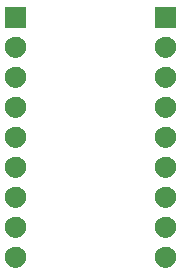
<source format=gbr>
G04 #@! TF.GenerationSoftware,KiCad,Pcbnew,(5.1.5)-3*
G04 #@! TF.CreationDate,2020-05-13T09:52:28+02:00*
G04 #@! TF.ProjectId,3D_Printer_Stepper_TMC2209,33445f50-7269-46e7-9465-725f53746570,rev?*
G04 #@! TF.SameCoordinates,Original*
G04 #@! TF.FileFunction,Soldermask,Bot*
G04 #@! TF.FilePolarity,Negative*
%FSLAX46Y46*%
G04 Gerber Fmt 4.6, Leading zero omitted, Abs format (unit mm)*
G04 Created by KiCad (PCBNEW (5.1.5)-3) date 2020-05-13 09:52:28*
%MOMM*%
%LPD*%
G04 APERTURE LIST*
%ADD10C,0.100000*%
G04 APERTURE END LIST*
D10*
G36*
X35673512Y-42283927D02*
G01*
X35822812Y-42313624D01*
X35986784Y-42381544D01*
X36134354Y-42480147D01*
X36259853Y-42605646D01*
X36358456Y-42753216D01*
X36426376Y-42917188D01*
X36461000Y-43091259D01*
X36461000Y-43268741D01*
X36426376Y-43442812D01*
X36358456Y-43606784D01*
X36259853Y-43754354D01*
X36134354Y-43879853D01*
X35986784Y-43978456D01*
X35822812Y-44046376D01*
X35673512Y-44076073D01*
X35648742Y-44081000D01*
X35471258Y-44081000D01*
X35446488Y-44076073D01*
X35297188Y-44046376D01*
X35133216Y-43978456D01*
X34985646Y-43879853D01*
X34860147Y-43754354D01*
X34761544Y-43606784D01*
X34693624Y-43442812D01*
X34659000Y-43268741D01*
X34659000Y-43091259D01*
X34693624Y-42917188D01*
X34761544Y-42753216D01*
X34860147Y-42605646D01*
X34985646Y-42480147D01*
X35133216Y-42381544D01*
X35297188Y-42313624D01*
X35446488Y-42283927D01*
X35471258Y-42279000D01*
X35648742Y-42279000D01*
X35673512Y-42283927D01*
G37*
G36*
X22973512Y-42283927D02*
G01*
X23122812Y-42313624D01*
X23286784Y-42381544D01*
X23434354Y-42480147D01*
X23559853Y-42605646D01*
X23658456Y-42753216D01*
X23726376Y-42917188D01*
X23761000Y-43091259D01*
X23761000Y-43268741D01*
X23726376Y-43442812D01*
X23658456Y-43606784D01*
X23559853Y-43754354D01*
X23434354Y-43879853D01*
X23286784Y-43978456D01*
X23122812Y-44046376D01*
X22973512Y-44076073D01*
X22948742Y-44081000D01*
X22771258Y-44081000D01*
X22746488Y-44076073D01*
X22597188Y-44046376D01*
X22433216Y-43978456D01*
X22285646Y-43879853D01*
X22160147Y-43754354D01*
X22061544Y-43606784D01*
X21993624Y-43442812D01*
X21959000Y-43268741D01*
X21959000Y-43091259D01*
X21993624Y-42917188D01*
X22061544Y-42753216D01*
X22160147Y-42605646D01*
X22285646Y-42480147D01*
X22433216Y-42381544D01*
X22597188Y-42313624D01*
X22746488Y-42283927D01*
X22771258Y-42279000D01*
X22948742Y-42279000D01*
X22973512Y-42283927D01*
G37*
G36*
X22973512Y-39743927D02*
G01*
X23122812Y-39773624D01*
X23286784Y-39841544D01*
X23434354Y-39940147D01*
X23559853Y-40065646D01*
X23658456Y-40213216D01*
X23726376Y-40377188D01*
X23761000Y-40551259D01*
X23761000Y-40728741D01*
X23726376Y-40902812D01*
X23658456Y-41066784D01*
X23559853Y-41214354D01*
X23434354Y-41339853D01*
X23286784Y-41438456D01*
X23122812Y-41506376D01*
X22973512Y-41536073D01*
X22948742Y-41541000D01*
X22771258Y-41541000D01*
X22746488Y-41536073D01*
X22597188Y-41506376D01*
X22433216Y-41438456D01*
X22285646Y-41339853D01*
X22160147Y-41214354D01*
X22061544Y-41066784D01*
X21993624Y-40902812D01*
X21959000Y-40728741D01*
X21959000Y-40551259D01*
X21993624Y-40377188D01*
X22061544Y-40213216D01*
X22160147Y-40065646D01*
X22285646Y-39940147D01*
X22433216Y-39841544D01*
X22597188Y-39773624D01*
X22746488Y-39743927D01*
X22771258Y-39739000D01*
X22948742Y-39739000D01*
X22973512Y-39743927D01*
G37*
G36*
X35673512Y-39743927D02*
G01*
X35822812Y-39773624D01*
X35986784Y-39841544D01*
X36134354Y-39940147D01*
X36259853Y-40065646D01*
X36358456Y-40213216D01*
X36426376Y-40377188D01*
X36461000Y-40551259D01*
X36461000Y-40728741D01*
X36426376Y-40902812D01*
X36358456Y-41066784D01*
X36259853Y-41214354D01*
X36134354Y-41339853D01*
X35986784Y-41438456D01*
X35822812Y-41506376D01*
X35673512Y-41536073D01*
X35648742Y-41541000D01*
X35471258Y-41541000D01*
X35446488Y-41536073D01*
X35297188Y-41506376D01*
X35133216Y-41438456D01*
X34985646Y-41339853D01*
X34860147Y-41214354D01*
X34761544Y-41066784D01*
X34693624Y-40902812D01*
X34659000Y-40728741D01*
X34659000Y-40551259D01*
X34693624Y-40377188D01*
X34761544Y-40213216D01*
X34860147Y-40065646D01*
X34985646Y-39940147D01*
X35133216Y-39841544D01*
X35297188Y-39773624D01*
X35446488Y-39743927D01*
X35471258Y-39739000D01*
X35648742Y-39739000D01*
X35673512Y-39743927D01*
G37*
G36*
X35673512Y-37203927D02*
G01*
X35822812Y-37233624D01*
X35986784Y-37301544D01*
X36134354Y-37400147D01*
X36259853Y-37525646D01*
X36358456Y-37673216D01*
X36426376Y-37837188D01*
X36461000Y-38011259D01*
X36461000Y-38188741D01*
X36426376Y-38362812D01*
X36358456Y-38526784D01*
X36259853Y-38674354D01*
X36134354Y-38799853D01*
X35986784Y-38898456D01*
X35822812Y-38966376D01*
X35673512Y-38996073D01*
X35648742Y-39001000D01*
X35471258Y-39001000D01*
X35446488Y-38996073D01*
X35297188Y-38966376D01*
X35133216Y-38898456D01*
X34985646Y-38799853D01*
X34860147Y-38674354D01*
X34761544Y-38526784D01*
X34693624Y-38362812D01*
X34659000Y-38188741D01*
X34659000Y-38011259D01*
X34693624Y-37837188D01*
X34761544Y-37673216D01*
X34860147Y-37525646D01*
X34985646Y-37400147D01*
X35133216Y-37301544D01*
X35297188Y-37233624D01*
X35446488Y-37203927D01*
X35471258Y-37199000D01*
X35648742Y-37199000D01*
X35673512Y-37203927D01*
G37*
G36*
X22973512Y-37203927D02*
G01*
X23122812Y-37233624D01*
X23286784Y-37301544D01*
X23434354Y-37400147D01*
X23559853Y-37525646D01*
X23658456Y-37673216D01*
X23726376Y-37837188D01*
X23761000Y-38011259D01*
X23761000Y-38188741D01*
X23726376Y-38362812D01*
X23658456Y-38526784D01*
X23559853Y-38674354D01*
X23434354Y-38799853D01*
X23286784Y-38898456D01*
X23122812Y-38966376D01*
X22973512Y-38996073D01*
X22948742Y-39001000D01*
X22771258Y-39001000D01*
X22746488Y-38996073D01*
X22597188Y-38966376D01*
X22433216Y-38898456D01*
X22285646Y-38799853D01*
X22160147Y-38674354D01*
X22061544Y-38526784D01*
X21993624Y-38362812D01*
X21959000Y-38188741D01*
X21959000Y-38011259D01*
X21993624Y-37837188D01*
X22061544Y-37673216D01*
X22160147Y-37525646D01*
X22285646Y-37400147D01*
X22433216Y-37301544D01*
X22597188Y-37233624D01*
X22746488Y-37203927D01*
X22771258Y-37199000D01*
X22948742Y-37199000D01*
X22973512Y-37203927D01*
G37*
G36*
X35673512Y-34663927D02*
G01*
X35822812Y-34693624D01*
X35986784Y-34761544D01*
X36134354Y-34860147D01*
X36259853Y-34985646D01*
X36358456Y-35133216D01*
X36426376Y-35297188D01*
X36461000Y-35471259D01*
X36461000Y-35648741D01*
X36426376Y-35822812D01*
X36358456Y-35986784D01*
X36259853Y-36134354D01*
X36134354Y-36259853D01*
X35986784Y-36358456D01*
X35822812Y-36426376D01*
X35673512Y-36456073D01*
X35648742Y-36461000D01*
X35471258Y-36461000D01*
X35446488Y-36456073D01*
X35297188Y-36426376D01*
X35133216Y-36358456D01*
X34985646Y-36259853D01*
X34860147Y-36134354D01*
X34761544Y-35986784D01*
X34693624Y-35822812D01*
X34659000Y-35648741D01*
X34659000Y-35471259D01*
X34693624Y-35297188D01*
X34761544Y-35133216D01*
X34860147Y-34985646D01*
X34985646Y-34860147D01*
X35133216Y-34761544D01*
X35297188Y-34693624D01*
X35446488Y-34663927D01*
X35471258Y-34659000D01*
X35648742Y-34659000D01*
X35673512Y-34663927D01*
G37*
G36*
X22973512Y-34663927D02*
G01*
X23122812Y-34693624D01*
X23286784Y-34761544D01*
X23434354Y-34860147D01*
X23559853Y-34985646D01*
X23658456Y-35133216D01*
X23726376Y-35297188D01*
X23761000Y-35471259D01*
X23761000Y-35648741D01*
X23726376Y-35822812D01*
X23658456Y-35986784D01*
X23559853Y-36134354D01*
X23434354Y-36259853D01*
X23286784Y-36358456D01*
X23122812Y-36426376D01*
X22973512Y-36456073D01*
X22948742Y-36461000D01*
X22771258Y-36461000D01*
X22746488Y-36456073D01*
X22597188Y-36426376D01*
X22433216Y-36358456D01*
X22285646Y-36259853D01*
X22160147Y-36134354D01*
X22061544Y-35986784D01*
X21993624Y-35822812D01*
X21959000Y-35648741D01*
X21959000Y-35471259D01*
X21993624Y-35297188D01*
X22061544Y-35133216D01*
X22160147Y-34985646D01*
X22285646Y-34860147D01*
X22433216Y-34761544D01*
X22597188Y-34693624D01*
X22746488Y-34663927D01*
X22771258Y-34659000D01*
X22948742Y-34659000D01*
X22973512Y-34663927D01*
G37*
G36*
X35673512Y-32123927D02*
G01*
X35822812Y-32153624D01*
X35986784Y-32221544D01*
X36134354Y-32320147D01*
X36259853Y-32445646D01*
X36358456Y-32593216D01*
X36426376Y-32757188D01*
X36461000Y-32931259D01*
X36461000Y-33108741D01*
X36426376Y-33282812D01*
X36358456Y-33446784D01*
X36259853Y-33594354D01*
X36134354Y-33719853D01*
X35986784Y-33818456D01*
X35822812Y-33886376D01*
X35673512Y-33916073D01*
X35648742Y-33921000D01*
X35471258Y-33921000D01*
X35446488Y-33916073D01*
X35297188Y-33886376D01*
X35133216Y-33818456D01*
X34985646Y-33719853D01*
X34860147Y-33594354D01*
X34761544Y-33446784D01*
X34693624Y-33282812D01*
X34659000Y-33108741D01*
X34659000Y-32931259D01*
X34693624Y-32757188D01*
X34761544Y-32593216D01*
X34860147Y-32445646D01*
X34985646Y-32320147D01*
X35133216Y-32221544D01*
X35297188Y-32153624D01*
X35446488Y-32123927D01*
X35471258Y-32119000D01*
X35648742Y-32119000D01*
X35673512Y-32123927D01*
G37*
G36*
X22973512Y-32123927D02*
G01*
X23122812Y-32153624D01*
X23286784Y-32221544D01*
X23434354Y-32320147D01*
X23559853Y-32445646D01*
X23658456Y-32593216D01*
X23726376Y-32757188D01*
X23761000Y-32931259D01*
X23761000Y-33108741D01*
X23726376Y-33282812D01*
X23658456Y-33446784D01*
X23559853Y-33594354D01*
X23434354Y-33719853D01*
X23286784Y-33818456D01*
X23122812Y-33886376D01*
X22973512Y-33916073D01*
X22948742Y-33921000D01*
X22771258Y-33921000D01*
X22746488Y-33916073D01*
X22597188Y-33886376D01*
X22433216Y-33818456D01*
X22285646Y-33719853D01*
X22160147Y-33594354D01*
X22061544Y-33446784D01*
X21993624Y-33282812D01*
X21959000Y-33108741D01*
X21959000Y-32931259D01*
X21993624Y-32757188D01*
X22061544Y-32593216D01*
X22160147Y-32445646D01*
X22285646Y-32320147D01*
X22433216Y-32221544D01*
X22597188Y-32153624D01*
X22746488Y-32123927D01*
X22771258Y-32119000D01*
X22948742Y-32119000D01*
X22973512Y-32123927D01*
G37*
G36*
X22973512Y-29583927D02*
G01*
X23122812Y-29613624D01*
X23286784Y-29681544D01*
X23434354Y-29780147D01*
X23559853Y-29905646D01*
X23658456Y-30053216D01*
X23726376Y-30217188D01*
X23761000Y-30391259D01*
X23761000Y-30568741D01*
X23726376Y-30742812D01*
X23658456Y-30906784D01*
X23559853Y-31054354D01*
X23434354Y-31179853D01*
X23286784Y-31278456D01*
X23122812Y-31346376D01*
X22973512Y-31376073D01*
X22948742Y-31381000D01*
X22771258Y-31381000D01*
X22746488Y-31376073D01*
X22597188Y-31346376D01*
X22433216Y-31278456D01*
X22285646Y-31179853D01*
X22160147Y-31054354D01*
X22061544Y-30906784D01*
X21993624Y-30742812D01*
X21959000Y-30568741D01*
X21959000Y-30391259D01*
X21993624Y-30217188D01*
X22061544Y-30053216D01*
X22160147Y-29905646D01*
X22285646Y-29780147D01*
X22433216Y-29681544D01*
X22597188Y-29613624D01*
X22746488Y-29583927D01*
X22771258Y-29579000D01*
X22948742Y-29579000D01*
X22973512Y-29583927D01*
G37*
G36*
X35673512Y-29583927D02*
G01*
X35822812Y-29613624D01*
X35986784Y-29681544D01*
X36134354Y-29780147D01*
X36259853Y-29905646D01*
X36358456Y-30053216D01*
X36426376Y-30217188D01*
X36461000Y-30391259D01*
X36461000Y-30568741D01*
X36426376Y-30742812D01*
X36358456Y-30906784D01*
X36259853Y-31054354D01*
X36134354Y-31179853D01*
X35986784Y-31278456D01*
X35822812Y-31346376D01*
X35673512Y-31376073D01*
X35648742Y-31381000D01*
X35471258Y-31381000D01*
X35446488Y-31376073D01*
X35297188Y-31346376D01*
X35133216Y-31278456D01*
X34985646Y-31179853D01*
X34860147Y-31054354D01*
X34761544Y-30906784D01*
X34693624Y-30742812D01*
X34659000Y-30568741D01*
X34659000Y-30391259D01*
X34693624Y-30217188D01*
X34761544Y-30053216D01*
X34860147Y-29905646D01*
X34985646Y-29780147D01*
X35133216Y-29681544D01*
X35297188Y-29613624D01*
X35446488Y-29583927D01*
X35471258Y-29579000D01*
X35648742Y-29579000D01*
X35673512Y-29583927D01*
G37*
G36*
X22973512Y-27043927D02*
G01*
X23122812Y-27073624D01*
X23286784Y-27141544D01*
X23434354Y-27240147D01*
X23559853Y-27365646D01*
X23658456Y-27513216D01*
X23726376Y-27677188D01*
X23761000Y-27851259D01*
X23761000Y-28028741D01*
X23726376Y-28202812D01*
X23658456Y-28366784D01*
X23559853Y-28514354D01*
X23434354Y-28639853D01*
X23286784Y-28738456D01*
X23122812Y-28806376D01*
X22973512Y-28836073D01*
X22948742Y-28841000D01*
X22771258Y-28841000D01*
X22746488Y-28836073D01*
X22597188Y-28806376D01*
X22433216Y-28738456D01*
X22285646Y-28639853D01*
X22160147Y-28514354D01*
X22061544Y-28366784D01*
X21993624Y-28202812D01*
X21959000Y-28028741D01*
X21959000Y-27851259D01*
X21993624Y-27677188D01*
X22061544Y-27513216D01*
X22160147Y-27365646D01*
X22285646Y-27240147D01*
X22433216Y-27141544D01*
X22597188Y-27073624D01*
X22746488Y-27043927D01*
X22771258Y-27039000D01*
X22948742Y-27039000D01*
X22973512Y-27043927D01*
G37*
G36*
X35673512Y-27043927D02*
G01*
X35822812Y-27073624D01*
X35986784Y-27141544D01*
X36134354Y-27240147D01*
X36259853Y-27365646D01*
X36358456Y-27513216D01*
X36426376Y-27677188D01*
X36461000Y-27851259D01*
X36461000Y-28028741D01*
X36426376Y-28202812D01*
X36358456Y-28366784D01*
X36259853Y-28514354D01*
X36134354Y-28639853D01*
X35986784Y-28738456D01*
X35822812Y-28806376D01*
X35673512Y-28836073D01*
X35648742Y-28841000D01*
X35471258Y-28841000D01*
X35446488Y-28836073D01*
X35297188Y-28806376D01*
X35133216Y-28738456D01*
X34985646Y-28639853D01*
X34860147Y-28514354D01*
X34761544Y-28366784D01*
X34693624Y-28202812D01*
X34659000Y-28028741D01*
X34659000Y-27851259D01*
X34693624Y-27677188D01*
X34761544Y-27513216D01*
X34860147Y-27365646D01*
X34985646Y-27240147D01*
X35133216Y-27141544D01*
X35297188Y-27073624D01*
X35446488Y-27043927D01*
X35471258Y-27039000D01*
X35648742Y-27039000D01*
X35673512Y-27043927D01*
G37*
G36*
X22973512Y-24503927D02*
G01*
X23122812Y-24533624D01*
X23286784Y-24601544D01*
X23434354Y-24700147D01*
X23559853Y-24825646D01*
X23658456Y-24973216D01*
X23726376Y-25137188D01*
X23761000Y-25311259D01*
X23761000Y-25488741D01*
X23726376Y-25662812D01*
X23658456Y-25826784D01*
X23559853Y-25974354D01*
X23434354Y-26099853D01*
X23286784Y-26198456D01*
X23122812Y-26266376D01*
X22973512Y-26296073D01*
X22948742Y-26301000D01*
X22771258Y-26301000D01*
X22746488Y-26296073D01*
X22597188Y-26266376D01*
X22433216Y-26198456D01*
X22285646Y-26099853D01*
X22160147Y-25974354D01*
X22061544Y-25826784D01*
X21993624Y-25662812D01*
X21959000Y-25488741D01*
X21959000Y-25311259D01*
X21993624Y-25137188D01*
X22061544Y-24973216D01*
X22160147Y-24825646D01*
X22285646Y-24700147D01*
X22433216Y-24601544D01*
X22597188Y-24533624D01*
X22746488Y-24503927D01*
X22771258Y-24499000D01*
X22948742Y-24499000D01*
X22973512Y-24503927D01*
G37*
G36*
X35673512Y-24503927D02*
G01*
X35822812Y-24533624D01*
X35986784Y-24601544D01*
X36134354Y-24700147D01*
X36259853Y-24825646D01*
X36358456Y-24973216D01*
X36426376Y-25137188D01*
X36461000Y-25311259D01*
X36461000Y-25488741D01*
X36426376Y-25662812D01*
X36358456Y-25826784D01*
X36259853Y-25974354D01*
X36134354Y-26099853D01*
X35986784Y-26198456D01*
X35822812Y-26266376D01*
X35673512Y-26296073D01*
X35648742Y-26301000D01*
X35471258Y-26301000D01*
X35446488Y-26296073D01*
X35297188Y-26266376D01*
X35133216Y-26198456D01*
X34985646Y-26099853D01*
X34860147Y-25974354D01*
X34761544Y-25826784D01*
X34693624Y-25662812D01*
X34659000Y-25488741D01*
X34659000Y-25311259D01*
X34693624Y-25137188D01*
X34761544Y-24973216D01*
X34860147Y-24825646D01*
X34985646Y-24700147D01*
X35133216Y-24601544D01*
X35297188Y-24533624D01*
X35446488Y-24503927D01*
X35471258Y-24499000D01*
X35648742Y-24499000D01*
X35673512Y-24503927D01*
G37*
G36*
X36461000Y-23761000D02*
G01*
X34659000Y-23761000D01*
X34659000Y-21959000D01*
X36461000Y-21959000D01*
X36461000Y-23761000D01*
G37*
G36*
X23761000Y-23761000D02*
G01*
X21959000Y-23761000D01*
X21959000Y-21959000D01*
X23761000Y-21959000D01*
X23761000Y-23761000D01*
G37*
M02*

</source>
